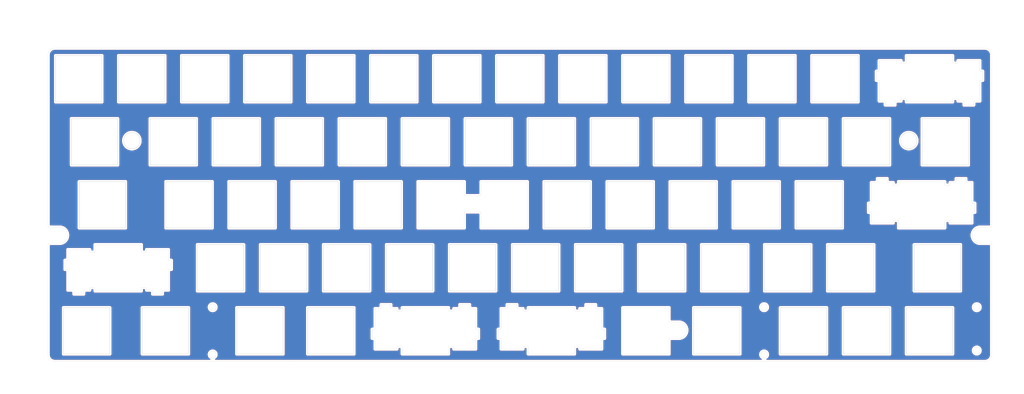
<source format=kicad_pcb>
(kicad_pcb (version 20241229) (generator "pcbnew") (generator_version "9.0")
  (layers (0 "F.Cu" signal) (2 "B.Cu" signal) (13 "F.Paste" user) (15 "B.Paste" user) (5 "F.SilkS" user "F.Silkscreen") (7 "B.SilkS" user "B.Silkscreen") (1 "F.Mask" user) (3 "B.Mask" user) (25 "Edge.Cuts" user))
  (net 0 "")
  (footprint "MyLibrary:SW_hole_1405" (layer "F.Cu") (at 95.25 0)
    (property "Reference" "SW6")
    (property "Value" "SW_PUSH")
    (fp_rect (start -7.025 -7.025) (end 7.025 7.025) (stroke (width 0.1)) (fill no) (layer "Edge.Cuts"))
  )
  (footprint "MyLibrary:SW_hole_1405" (layer "F.Cu") (at 261.9375 19.05)
    (property "Reference" "SW28")
    (property "Value" "SW_PUSH_15")
    (fp_rect (start -7.025 -7.025) (end 7.025 7.025) (stroke (width 0.1)) (fill no) (layer "Edge.Cuts"))
  )
  (footprint "MyLibrary:SW_hole_1405" (layer "F.Cu") (at 223.8375 38.1)
    (property "Reference" "SW40")
    (property "Value" "SW_PUSH")
    (fp_rect (start -7.025 -7.025) (end 7.025 7.025) (stroke (width 0.1)) (fill no) (layer "Edge.Cuts"))
  )
  (footprint "MyLibrary:SW_hole_1405" (layer "F.Cu") (at 185.7375 38.1)
    (property "Reference" "SW38")
    (property "Value" "SW_PUSH")
    (fp_rect (start -7.025 -7.025) (end 7.025 7.025) (stroke (width 0.1)) (fill no) (layer "Edge.Cuts"))
  )
  (footprint "MyLibrary:SW_hole_1405" (layer "F.Cu") (at 28.575 19.05)
    (property "Reference" "SW16")
    (property "Value" "SW_PUSH")
    (fp_rect (start -7.025 -7.025) (end 7.025 7.025) (stroke (width 0.1)) (fill no) (layer "Edge.Cuts"))
  )
  (footprint "MyLibrary:SW_hole_1405" (layer "F.Cu") (at 4.7625 19.05)
    (property "Reference" "SW15")
    (property "Value" "SW_PUSH_15")
    (fp_rect (start -7.025 -7.025) (end 7.025 7.025) (stroke (width 0.1)) (fill no) (layer "Edge.Cuts"))
  )
  (footprint "MyLibrary:SW_hole_1405" (layer "F.Cu") (at 47.625 19.05)
    (property "Reference" "SW17")
    (property "Value" "SW_PUSH")
    (fp_rect (start -7.025 -7.025) (end 7.025 7.025) (stroke (width 0.1)) (fill no) (layer "Edge.Cuts"))
  )
  (footprint "MyLibrary:SW_hole_1405" (layer "F.Cu") (at 192.88125 76.2)
    (property "Reference" "SW62")
    (property "Value" "SW_PUSH_125")
    (fp_rect (start -7.025 -7.025) (end 7.025 7.025) (stroke (width 0.1)) (fill no) (layer "Edge.Cuts"))
  )
  (footprint "MyLibrary:SW_hole_1405" (layer "F.Cu") (at 138.1125 57.15)
    (property "Reference" "SW48")
    (property "Value" "SW_PUSH")
    (fp_rect (start -7.025 -7.025) (end 7.025 7.025) (stroke (width 0.1)) (fill no) (layer "Edge.Cuts"))
  )
  (footprint "MyLibrary:SW_hole_1405" (layer "F.Cu") (at 38.1 0)
    (property "Reference" "SW3")
    (property "Value" "SW_PUSH")
    (fp_rect (start -7.025 -7.025) (end 7.025 7.025) (stroke (width 0.1)) (fill no) (layer "Edge.Cuts"))
  )
  (footprint "MyLibrary:SW_hole_1405" (layer "F.Cu") (at 19.05 0 180)
    (property "Reference" "SW2")
    (property "Value" "SW_PUSH")
    (fp_rect (start -7.025 -7.025) (end 7.025 7.025) (stroke (width 0.1)) (fill no) (layer "Edge.Cuts"))
  )
  (footprint "MyLibrary:SW_hole_1405" (layer "F.Cu") (at 76.2 76.2)
    (property "Reference" "SW58")
    (property "Value" "SW_PUSH_15")
    (fp_rect (start -7.025 -7.025) (end 7.025 7.025) (stroke (width 0.1)) (fill no) (layer "Edge.Cuts"))
  )
  (footprint "MyLibrary:SW_hole_1405" (layer "F.Cu") (at 57.15 0)
    (property "Reference" "SW4")
    (property "Value" "SW_PUSH")
    (fp_rect (start -7.025 -7.025) (end 7.025 7.025) (stroke (width 0.1)) (fill no) (layer "Edge.Cuts"))
  )
  (footprint "MyLibrary:SW_hole_1405" (layer "F.Cu") (at 161.925 19.05)
    (property "Reference" "SW23")
    (property "Value" "SW_PUSH")
    (fp_rect (start -7.025 -7.025) (end 7.025 7.025) (stroke (width 0.1)) (fill no) (layer "Edge.Cuts"))
  )
  (footprint "MyLibrary:SW_hole_1405" (layer "F.Cu") (at 7.14375 38.100032)
    (property "Reference" "SW29")
    (property "Value" "SW_PUSH_175")
    (fp_rect (start -7.025 -7.025) (end 7.025 7.025) (stroke (width 0.1)) (fill no) (layer "Edge.Cuts"))
  )
  (footprint "MyLibrary:SW_hole_1405" (layer "F.Cu") (at 54.76875 76.2)
    (property "Reference" "SW57")
    (property "Value" "SW_PUSH_125")
    (fp_rect (start -7.025 -7.025) (end 7.025 7.025) (stroke (width 0.1)) (fill no) (layer "Edge.Cuts"))
  )
  (footprint "MyLibrary:MX_2u_plt_stb_1405" (layer "F.Cu") (at 104.775 76.2 180)
    (property "Reference" "SW59" (hide yes))
    (property "Value" "SW_PUSH_2" (hide yes))
    (fp_line (start 16.1 0.5) (end 15.225 0.5) (stroke (width 0.05)) (layer "Edge.Cuts"))
    (fp_line (start 16.1 -2.3) (end 16.1 0.5) (stroke (width 0.05)) (layer "Edge.Cuts"))
    (fp_line (start 15.225 6.77) (end 13.4 6.77) (stroke (width 0.05)) (layer "Edge.Cuts"))
    (fp_line (start 15.225 0.5) (end 15.225 6.77) (stroke (width 0.05)) (layer "Edge.Cuts"))
    (fp_line (start 15.225 -2.3) (end 16.1 -2.3) (stroke (width 0.05)) (layer "Edge.Cuts"))
    (fp_line (start 15.225 -5.53) (end 15.225 -2.3) (stroke (width 0.05)) (layer "Edge.Cuts"))
    (fp_line (start 13.4 7.97) (end 10.4 7.97) (stroke (width 0.05)) (layer "Edge.Cuts"))
    (fp_line (start 13.4 6.77) (end 13.4 7.97) (stroke (width 0.05)) (layer "Edge.Cuts"))
    (fp_line (start 10.4 7.97) (end 10.4 6.77) (stroke (width 0.05)) (layer "Edge.Cuts"))
    (fp_line (start 10.4 6.77) (end 8.575 6.77) (stroke (width 0.05)) (layer "Edge.Cuts"))
    (fp_line (start 8.575 6.77) (end 8.575 5.97) (stroke (width 0.05)) (layer "Edge.Cuts"))
    (fp_line (start 8.575 5.97) (end 7.025 5.97) (stroke (width 0.05)) (layer "Edge.Cuts"))
    (fp_line (start 8.575 -4.73) (end 8.575 -5.53) (stroke (width 0.05)) (layer "Edge.Cuts"))
    (fp_line (start 8.575 -5.53) (end 15.225 -5.53) (stroke (width 0.05)) (layer "Edge.Cuts"))
    (fp_line (start 7.025 7.025) (end -7.025 7.025) (stroke (width 0.05)) (layer "Edge.Cuts"))
    (fp_line (start 7.025 5.97) (end 7.025 7.025) (stroke (width 0.05)) (layer "Edge.Cuts"))
    (fp_line (start 7.025 -4.73) (end 8.575 -4.73) (stroke (width 0.05)) (layer "Edge.Cuts"))
    (fp_line (start 7.025 -7.025) (end 7.025 -4.73) (stroke (width 0.05)) (layer "Edge.Cuts"))
    (fp_line (start -7.025 7.025) (end -7.025 5.97) (stroke (width 0.05)) (layer "Edge.Cuts"))
    (fp_line (start -7.025 5.97) (end -8.575 5.97) (stroke (width 0.05)) (layer "Edge.Cuts"))
    (fp_line (start -7.025 -4.73) (end -7.025 -7.025) (stroke (width 0.05)) (layer "Edge.Cuts"))
    (fp_line (start -7.025 -7.025) (end 7.025 -7.025) (stroke (width 0.05)) (layer "Edge.Cuts"))
    (fp_line (start -8.575 6.77) (end -10.4 6.77) (stroke (width 0.05)) (layer "Edge.Cuts"))
    (fp_line (start -8.575 5.97) (end -8.575 6.77) (stroke (width 0.05)) (layer "Edge.Cuts"))
    (fp_line (start -8.575 -4.73) (end -7.025 -4.73) (stroke (width 0.05)) (layer "Edge.Cuts"))
    (fp_line (start -8.575 -5.53) (end -8.575 -4.73) (stroke (width 0.05)) (layer "Edge.Cuts"))
    (fp_line (start -10.4 7.97) (end -13.4 7.97) (stroke (width 0.05)) (layer "Edge.Cuts"))
    (fp_line (start -10.4 6.77) (end -10.4 7.97) (stroke (width 0.05)) (layer "Edge.Cuts"))
    (fp_line (start -13.4 7.97) (end -13.4 6.77) (stroke (width 0.05)) (layer "Edge.Cuts"))
    (fp_line (start -13.4 6.77) (end -15.225 6.77) (stroke (width 0.05)) (layer "Edge.Cuts"))
    (fp_line (start -15.225 6.77) (end -15.225 0.5) (stroke (width 0.05)) (layer "Edge.Cuts"))
    (fp_line (start -15.225 0.5) (end -16.1 0.5) (stroke (width 0.05)) (layer "Edge.Cuts"))
    (fp_line (start -15.225 -2.3) (end -15.225 -5.53) (stroke (width 0.05)) (layer "Edge.Cuts"))
    (fp_line (start -15.225 -5.53) (end -8.575 -5.53) (stroke (width 0.05)) (layer "Edge.Cuts"))
    (fp_line (start -16.1 0.5) (end -16.1 -2.3) (stroke (width 0.05)) (layer "Edge.Cuts"))
    (fp_line (start -16.1 -2.3) (end -15.225 -2.3) (stroke (width 0.05)) (layer "Edge.Cuts"))
  )
  (footprint "MyLibrary:SW_hole_1405" (layer "F.Cu") (at 71.4375 38.1)
    (property "Reference" "SW32")
    (property "Value" "SW_PUSH")
    (fp_rect (start -7.025 -7.025) (end 7.025 7.025) (stroke (width 0.1)) (fill no) (layer "Edge.Cuts"))
  )
  (footprint "MyLibrary:SW_hole_1405" (layer "F.Cu") (at 42.8625 57.150048)
    (property "Reference" "SW43")
    (property "Value" "SW_PUSH")
    (fp_rect (start -7.025 -7.025) (end 7.025 7.025) (stroke (width 0.1)) (fill no) (layer "Edge.Cuts"))
  )
  (footprint "MyLibrary:SW_hole_1405" (layer "F.Cu") (at 171.45 0)
    (property "Reference" "SW10")
    (property "Value" "SW_PUSH")
    (fp_rect (start -7.025 -7.025) (end 7.025 7.025) (stroke (width 0.1)) (fill no) (layer "Edge.Cuts"))
  )
  (footprint "MyLibrary:SW_hole_1405" (layer "F.Cu") (at 228.6 0)
    (property "Reference" "SW13")
    (property "Value" "SW_PUSH")
    (fp_rect (start -7.025 -7.025) (end 7.025 7.025) (stroke (width 0.1)) (fill no) (layer "Edge.Cuts"))
  )
  (footprint "MyLibrary:SW_hole_1405" (layer "F.Cu") (at 238.1252 76.200064)
    (property "Reference" "SW64")
    (property "Value" "SW_PUSH")
    (fp_rect (start -7.025 -7.025) (end 7.025 7.025) (stroke (width 0.1)) (fill no) (layer "Edge.Cuts"))
  )
  (footprint "MyLibrary:SW_hole_1405" (layer "F.Cu") (at 204.7875 38.1)
    (property "Reference" "SW39")
    (property "Value" "SW_PUSH")
    (fp_rect (start -7.025 -7.025) (end 7.025 7.025) (stroke (width 0.1)) (fill no) (layer "Edge.Cuts"))
  )
  (footprint "MyLibrary:SW_hole_1405" (layer "F.Cu") (at 190.5 0)
    (property "Reference" "SW11")
    (property "Value" "SW_PUSH")
    (fp_rect (start -7.025 -7.025) (end 7.025 7.025) (stroke (width 0.1)) (fill no) (layer "Edge.Cuts"))
  )
  (footprint "MyLibrary:SW_hole_1405" (layer "F.Cu") (at 85.725 19.05)
    (property "Reference" "SW19")
    (property "Value" "SW_PUSH")
    (fp_rect (start -7.025 -7.025) (end 7.025 7.025) (stroke (width 0.1)) (fill no) (layer "Edge.Cuts"))
  )
  (footprint "MyLibrary:SW_hole_1405" (layer "F.Cu") (at 219.075 19.05)
    (property "Reference" "SW26")
    (property "Value" "SW_PUSH")
    (fp_rect (start -7.025 -7.025) (end 7.025 7.025) (stroke (width 0.1)) (fill no) (layer "Edge.Cuts"))
  )
  (footprint "MyLibrary:SW_hole_1405" (layer "F.Cu") (at 123.825 19.05)
    (property "Reference" "SW21")
    (property "Value" "SW_PUSH")
    (fp_rect (start -7.025 -7.025) (end 7.025 7.025) (stroke (width 0.1)) (fill no) (layer "Edge.Cuts"))
  )
  (footprint "MyLibrary:MX_2u_plt_stb_1405" (layer "F.Cu") (at 254.79375 38.1 180)
    (property "Reference" "SW41" (hide yes))
    (property "Value" "SW_PUSH_225" (hide yes))
    (fp_line (start 16.1 0.5) (end 15.225 0.5) (stroke (width 0.05)) (layer "Edge.Cuts"))
    (fp_line (start 16.1 -2.3) (end 16.1 0.5) (stroke (width 0.05)) (layer "Edge.Cuts"))
    (fp_line (start 15.225 6.77) (end 13.4 6.77) (stroke (width 0.05)) (layer "Edge.Cuts"))
    (fp_line (start 15.225 0.5) (end 15.225 6.77) (stroke (width 0.05)) (layer "Edge.Cuts"))
    (fp_line (start 15.225 -2.3) (end 16.1 -2.3) (stroke (width 0.05)) (layer "Edge.Cuts"))
    (fp_line (start 15.225 -5.53) (end 15.225 -2.3) (stroke (width 0.05)) (layer "Edge.Cuts"))
    (fp_line (start 13.4 7.97) (end 10.4 7.97) (stroke (width 0.05)) (layer "Edge.Cuts"))
    (fp_line (start 13.4 6.77) (end 13.4 7.97) (stroke (width 0.05)) (layer "Edge.Cuts"))
    (fp_line (start 10.4 7.97) (end 10.4 6.77) (stroke (width 0.05)) (layer "Edge.Cuts"))
    (fp_line (start 10.4 6.77) (end 8.575 6.77) (stroke (width 0.05)) (layer "Edge.Cuts"))
    (fp_line (start 8.575 6.77) (end 8.575 5.97) (stroke (width 0.05)) (layer "Edge.Cuts"))
    (fp_line (start 8.575 5.97) (end 7.025 5.97) (stroke (width 0.05)) (layer "Edge.Cuts"))
    (fp_line (start 8.575 -4.73) (end 8.575 -5.53) (stroke (width 0.05)) (layer "Edge.Cuts"))
    (fp_line (start 8.575 -5.53) (end 15.225 -5.53) (stroke (width 0.05)) (layer "Edge.Cuts"))
    (fp_line (start 7.025 7.025) (end -7.025 7.025) (stroke (width 0.05)) (layer "Edge.Cuts"))
    (fp_line (start 7.025 5.97) (end 7.025 7.025) (stroke (width 0.05)) (layer "Edge.Cuts"))
    (fp_line (start 7.025 -4.73) (end 8.575 -4.73) (stroke (width 0.05)) (layer "Edge.Cuts"))
    (fp_line (start 7.025 -7.025) (end 7.025 -4.73) (stroke (width 0.05)) (layer "Edge.Cuts"))
    (fp_line (start -7.025 7.025) (end -7.025 5.97) (stroke (width 0.05)) (layer "Edge.Cuts"))
    (fp_line (start -7.025 5.97) (end -8.575 5.97) (stroke (width 0.05)) (layer "Edge.Cuts"))
    (fp_line (start -7.025 -4.73) (end -7.025 -7.025) (stroke (width 0.05)) (layer "Edge.Cuts"))
    (fp_line (start -7.025 -7.025) (end 7.025 -7.025) (stroke (width 0.05)) (layer "Edge.Cuts"))
    (fp_line (start -8.575 6.77) (end -10.4 6.77) (stroke (width 0.05)) (layer "Edge.Cuts"))
    (fp_line (start -8.575 5.97) (end -8.575 6.77) (stroke (width 0.05)) (layer "Edge.Cuts"))
    (fp_line (start -8.575 -4.73) (end -7.025 -4.73) (stroke (width 0.05)) (layer "Edge.Cuts"))
    (fp_line (start -8.575 -5.53) (end -8.575 -4.73) (stroke (width 0.05)) (layer "Edge.Cuts"))
    (fp_line (start -10.4 7.97) (end -13.4 7.97) (stroke (width 0.05)) (layer "Edge.Cuts"))
    (fp_line (start -10.4 6.77) (end -10.4 7.97) (stroke (width 0.05)) (layer "Edge.Cuts"))
    (fp_line (start -13.4 7.97) (end -13.4 6.77) (stroke (width 0.05)) (layer "Edge.Cuts"))
    (fp_line (start -13.4 6.77) (end -15.225 6.77) (stroke (width 0.05)) (layer "Edge.Cuts"))
    (fp_line (start -15.225 6.77) (end -15.225 0.5) (stroke (width 0.05)) (layer "Edge.Cuts"))
    (fp_line (start -15.225 0.5) (end -16.1 0.5) (stroke (width 0.05)) (layer "Edge.Cuts"))
    (fp_line (start -15.225 -2.3) (end -15.225 -5.53) (stroke (width 0.05)) (layer "Edge.Cuts"))
    (fp_line (start -15.225 -5.53) (end -8.575 -5.53) (stroke (width 0.05)) (layer "Edge.Cuts"))
    (fp_line (start -16.1 0.5) (end -16.1 -2.3) (stroke (width 0.05)) (layer "Edge.Cuts"))
    (fp_line (start -16.1 -2.3) (end -15.225 -2.3) (stroke (width 0.05)) (layer "Edge.Cuts"))
  )
  (footprint "MyLibrary:SW_hole_1405" (layer "F.Cu") (at 180.975 19.05)
    (property "Reference" "SW24")
    (property "Value" "SW_PUSH")
    (fp_rect (start -7.025 -7.025) (end 7.025 7.025) (stroke (width 0.1)) (fill no) (layer "Edge.Cuts"))
  )
  (footprint "MyLibrary:SW_hole_1405" (layer "F.Cu") (at 33.3375 38.100032)
    (property "Reference" "SW30")
    (property "Value" "SW_PUSH")
    (fp_rect (start -7.025 -7.025) (end 7.025 7.025) (stroke (width 0.1)) (fill no) (layer "Edge.Cuts"))
  )
  (footprint "MyLibrary:SW_hole_1405" (layer "F.Cu") (at 259.55625 57.15)
    (property "Reference" "SW54")
    (property "Value" "SW_PUSH_175")
    (fp_rect (start -7.025 -7.025) (end 7.025 7.025) (stroke (width 0.1)) (fill no) (layer "Edge.Cuts"))
  )
  (footprint "MyLibrary:SW_hole_1405" (layer "F.Cu") (at 80.9625 57.15)
    (property "Reference" "SW45")
    (property "Value" "SW_PUSH")
    (fp_rect (start -7.025 -7.025) (end 7.025 7.025) (stroke (width 0.1)) (fill no) (layer "Edge.Cuts"))
  )
  (footprint "MyLibrary:SW_hole_1405" (layer "F.Cu") (at 233.362696 57.150048)
    (property "Reference" "SW53")
    (property "Value" "SW_PUSH")
    (fp_rect (start -7.025 -7.025) (end 7.025 7.025) (stroke (width 0.1)) (fill no) (layer "Edge.Cuts"))
  )
  (footprint "MyLibrary:MX_2u_plt_stb_1405" (layer "F.Cu") (at 11.90625 57.15)
    (property "Reference" "SW42" (hide yes))
    (property "Value" "SW_PUSH_225" (hide yes))
    (fp_line (start -16.1 -2.3) (end -15.225 -2.3) (stroke (width 0.05)) (layer "Edge.Cuts"))
    (fp_line (start -16.1 0.5) (end -16.1 -2.3) (stroke (width 0.05)) (layer "Edge.Cuts"))
    (fp_line (start -15.225 -5.53) (end -8.575 -5.53) (stroke (width 0.05)) (layer "Edge.Cuts"))
    (fp_line (start -15.225 -2.3) (end -15.225 -5.53) (stroke (width 0.05)) (layer "Edge.Cuts"))
    (fp_line (start -15.225 0.5) (end -16.1 0.5) (stroke (width 0.05)) (layer "Edge.Cuts"))
    (fp_line (start -15.225 6.77) (end -15.225 0.5) (stroke (width 0.05)) (layer "Edge.Cuts"))
    (fp_line (start -13.4 6.77) (end -15.225 6.77) (stroke (width 0.05)) (layer "Edge.Cuts"))
    (fp_line (start -13.4 7.97) (end -13.4 6.77) (stroke (width 0.05)) (layer "Edge.Cuts"))
    (fp_line (start -10.4 6.77) (end -10.4 7.97) (stroke (width 0.05)) (layer "Edge.Cuts"))
    (fp_line (start -10.4 7.97) (end -13.4 7.97) (stroke (width 0.05)) (layer "Edge.Cuts"))
    (fp_line (start -8.575 -5.53) (end -8.575 -4.73) (stroke (width 0.05)) (layer "Edge.Cuts"))
    (fp_line (start -8.575 -4.73) (end -7.025 -4.73) (stroke (width 0.05)) (layer "Edge.Cuts"))
    (fp_line (start -8.575 5.97) (end -8.575 6.77) (stroke (width 0.05)) (layer "Edge.Cuts"))
    (fp_line (start -8.575 6.77) (end -10.4 6.77) (stroke (width 0.05)) (layer "Edge.Cuts"))
    (fp_line (start -7.025 -7.025) (end 7.025 -7.025) (stroke (width 0.05)) (layer "Edge.Cuts"))
    (fp_line (start -7.025 -4.73) (end -7.025 -7.025) (stroke (width 0.05)) (layer "Edge.Cuts"))
    (fp_line (start -7.025 5.97) (end -8.575 5.97) (stroke (width 0.05)) (layer "Edge.Cuts"))
    (fp_line (start -7.025 7.025) (end -7.025 5.97) (stroke (width 0.05)) (layer "Edge.Cuts"))
    (fp_line (start 7.025 -7.025) (end 7.025 -4.73) (stroke (width 0.05)) (layer "Edge.Cuts"))
    (fp_line (start 7.025 -4.73) (end 8.575 -4.73) (stroke (width 0.05)) (layer "Edge.Cuts"))
    (fp_line (start 7.025 5.97) (end 7.025 7.025) (stroke (width 0.05)) (layer "Edge.Cuts"))
    (fp_line (start 7.025 7.025) (end -7.025 7.025) (stroke (width 0.05)) (layer "Edge.Cuts"))
    (fp_line (start 8.575 -5.53) (end 15.225 -5.53) (stroke (width 0.05)) (layer "Edge.Cuts"))
    (fp_line (start 8.575 -4.73) (end 8.575 -5.53) (stroke (width 0.05)) (layer "Edge.Cuts"))
    (fp_line (start 8.575 5.97) (end 7.025 5.97) (stroke (width 0.05)) (layer "Edge.Cuts"))
    (fp_line (start 8.575 6.77) (end 8.575 5.97) (stroke (width 0.05)) (layer "Edge.Cuts"))
    (fp_line (start 10.4 6.77) (end 8.575 6.77) (stroke (width 0.05)) (layer "Edge.Cuts"))
    (fp_line (start 10.4 7.97) (end 10.4 6.77) (stroke (width 0.05)) (layer "Edge.Cuts"))
    (fp_line (start 13.4 6.77) (end 13.4 7.97) (stroke (width 0.05)) (layer "Edge.Cuts"))
    (fp_line (start 13.4 7.97) (end 10.4 7.97) (stroke (width 0.05)) (layer "Edge.Cuts"))
    (fp_line (start 15.225 -5.53) (end 15.225 -2.3) (stroke (width 0.05)) (layer "Edge.Cuts"))
    (fp_line (start 15.225 -2.3) (end 16.1 -2.3) (stroke (width 0.05)) (layer "Edge.Cuts"))
    (fp_line (start 15.225 0.5) (end 15.225 6.77) (stroke (width 0.05)) (layer "Edge.Cuts"))
    (fp_line (start 15.225 6.77) (end 13.4 6.77) (stroke (width 0.05)) (layer "Edge.Cuts"))
    (fp_line (start 16.1 -2.3) (end 16.1 0.5) (stroke (width 0.05)) (layer "Edge.Cuts"))
    (fp_line (start 16.1 0.5) (end 15.225 0.5) (stroke (width 0.05)) (layer "Edge.Cuts"))
  )
  (footprint "MyLibrary:SW_hole_1405" (layer "F.Cu") (at 214.3125 57.15)
    (property "Reference" "SW52")
    (property "Value" "SW_PUSH")
    (fp_rect (start -7.025 -7.025) (end 7.025 7.025) (stroke (width 0.1)) (fill no) (layer "Edge.Cuts"))
  )
  (footprint "MyLibrary:SW_hole_1405" (layer "F.Cu") (at 152.4 0)
    (property "Reference" "SW9")
    (property "Value" "SW_PUSH")
    (fp_rect (start -7.025 -7.025) (end 7.025 7.025) (stroke (width 0.1)) (fill no) (layer "Edge.Cuts"))
  )
  (footprint "MyLibrary:SW_hole_1405" (layer "F.Cu") (at 142.875 19.05)
    (property "Reference" "SW22")
    (property "Value" "SW_PUSH")
    (fp_rect (start -7.025 -7.025) (end 7.025 7.025) (stroke (width 0.1)) (fill no) (layer "Edge.Cuts"))
  )
  (footprint "MyLibrary:MX_2u_plt_stb_1405" (layer "F.Cu") (at 142.875 76.2 180)
    (property "Reference" "SW60" (hide yes))
    (property "Value" "SW_PUSH_15" (hide yes))
    (fp_line (start 16.1 0.5) (end 15.225 0.5) (stroke (width 0.05)) (layer "Edge.Cuts"))
    (fp_line (start 16.1 -2.3) (end 16.1 0.5) (stroke (width 0.05)) (layer "Edge.Cuts"))
    (fp_line (start 15.225 6.77) (end 13.4 6.77) (stroke (width 0.05)) (layer "Edge.Cuts"))
    (fp_line (start 15.225 0.5) (end 15.225 6.77) (stroke (width 0.05)) (layer "Edge.Cuts"))
    (fp_line (start 15.225 -2.3) (end 16.1 -2.3) (stroke (width 0.05)) (layer "Edge.Cuts"))
    (fp_line (start 15.225 -5.53) (end 15.225 -2.3) (stroke (width 0.05)) (layer "Edge.Cuts"))
    (fp_line (start 13.4 7.97) (end 10.4 7.97) (stroke (width 0.05)) (layer "Edge.Cuts"))
    (fp_line (start 13.4 6.77) (end 13.4 7.97) (stroke (width 0.05)) (layer "Edge.Cuts"))
    (fp_line (start 10.4 7.97) (end 10.4 6.77) (stroke (width 0.05)) (layer "Edge.Cuts"))
    (fp_line (start 10.4 6.77) (end 8.575 6.77) (stroke (width 0.05)) (layer "Edge.Cuts"))
    (fp_line (start 8.575 6.77) (end 8.575 5.97) (stroke (width 0.05)) (layer "Edge.Cuts"))
    (fp_line (start 8.575 5.97) (end 7.025 5.97) (stroke (width 0.05)) (layer "Edge.Cuts"))
    (fp_line (start 8.575 -4.73) (end 8.575 -5.53) (stroke (width 0.05)) (layer "Edge.Cuts"))
    (fp_line (start 8.575 -5.53) (end 15.225 -5.53) (stroke (width 0.05)) (layer "Edge.Cuts"))
    (fp_line (start 7.025 7.025) (end -7.025 7.025) (stroke (width 0.05)) (layer "Edge.Cuts"))
    (fp_line (start 7.025 5.97) (end 7.025 7.025) (stroke (width 0.05)) (layer "Edge.Cuts"))
    (fp_line (start 7.025 -4.73) (end 8.575 -4.73) (stroke (width 0.05)) (layer "Edge.Cuts"))
    (fp_line (start 7.025 -7.025) (end 7.025 -4.73) (stroke (width 0.05)) (layer "Edge.Cuts"))
    (fp_line (start -7.025 7.025) (end -7.025 5.97) (stroke (width 0.05)) (layer "Edge.Cuts"))
    (fp_line (start -7.025 5.97) (end -8.575 5.97) (stroke (width 0.05)) (layer "Edge.Cuts"))
    (fp_line (start -7.025 -4.73) (end -7.025 -7.025) (stroke (width 0.05)) (layer "Edge.Cuts"))
    (fp_line (start -7.025 -7.025) (end 7.025 -7.025) (stroke (width 0.05)) (layer "Edge.Cuts"))
    (fp_line (start -8.575 6.77) (end -10.4 6.77) (stroke (width 0.05)) (layer "Edge.Cuts"))
    (fp_line (start -8.575 5.97) (end -8.575 6.77) (stroke (width 0.05)) (layer "Edge.Cuts"))
    (fp_line (start -8.575 -4.73) (end -7.025 -4.73) (stroke (width 0.05)) (layer "Edge.Cuts"))
    (fp_line (start -8.575 -5.53) (end -8.575 -4.73) (stroke (width 0.05)) (layer "Edge.Cuts"))
    (fp_line (start -10.4 7.97) (end -13.4 7.97) (stroke (width 0.05)) (layer "Edge.Cuts"))
    (fp_line (start -10.4 6.77) (end -10.4 7.97) (stroke (width 0.05)) (layer "Edge.Cuts"))
    (fp_line (start -13.4 7.97) (end -13.4 6.77) (stroke (width 0.05)) (layer "Edge.Cuts"))
    (fp_line (start -13.4 6.77) (end -15.225 6.77) (stroke (width 0.05)) (layer "Edge.Cuts"))
    (fp_line (start -15.225 6.77) (end -15.225 0.5) (stroke (width 0.05)) (layer "Edge.Cuts"))
    (fp_line (start -15.225 0.5) (end -16.1 0.5) (stroke (width 0.05)) (layer "Edge.Cuts"))
    (fp_line (start -15.225 -2.3) (end -15.225 -5.53) (stroke (width 0.05)) (layer "Edge.Cuts"))
    (fp_line (start -15.225 -5.53) (end -8.575 -5.53) (stroke (width 0.05)) (layer "Edge.Cuts"))
    (fp_line (start -16.1 0.5) (end -16.1 -2.3) (stroke (width 0.05)) (layer "Edge.Cuts"))
    (fp_line (start -16.1 -2.3) (end -15.225 -2.3) (stroke (width 0.05)) (layer "Edge.Cuts"))
  )
  (footprint "MyLibrary:SW_hole_1405" (layer "F.Cu") (at 209.55 0)
    (property "Reference" "SW12")
    (property "Value" "SW_PUSH")
    (fp_rect (start -7.025 -7.025) (end 7.025 7.025) (stroke (width 0.1)) (fill no) (layer "Edge.Cuts"))
  )
  (footprint "MyLibrary:MX_2u_plt_stb_1405" (layer "F.Cu") (at 257.175 0)
    (property "Reference" "SW14" (hide yes))
    (property "Value" "SW_PUSH_2" (hide yes))
    (fp_line (start -16.1 -2.3) (end -15.225 -2.3) (stroke (width 0.05)) (layer "Edge.Cuts"))
    (fp_line (start -16.1 0.5) (end -16.1 -2.3) (stroke (width 0.05)) (layer "Edge.Cuts"))
    (fp_line (start -15.225 -5.53) (end -8.575 -5.53) (stroke (width 0.05)) (layer "Edge.Cuts"))
    (fp_line (start -15.225 -2.3) (end -15.225 -5.53) (stroke (width 0.05)) (layer "Edge.Cuts"))
    (fp_line (start -15.225 0.5) (end -16.1 0.5) (stroke (width 0.05)) (layer "Edge.Cuts"))
    (fp_line (start -15.225 6.77) (end -15.225 0.5) (stroke (width 0.05)) (layer "Edge.Cuts"))
    (fp_line (start -13.4 6.77) (end -15.225 6.77) (stroke (width 0.05)) (layer "Edge.Cuts"))
    (fp_line (start -13.4 7.97) (end -13.4 6.77) (stroke (width 0.05)) (layer "Edge.Cuts"))
    (fp_line (start -10.4 6.77) (end -10.4 7.97) (stroke (width 0.05)) (layer "Edge.Cuts"))
    (fp_line (start -10.4 7.97) (end -13.4 7.97) (stroke (width 0.05)) (layer "Edge.Cuts"))
    (fp_line (start -8.575 -5.53) (end -8.575 -4.73) (stroke (width 0.05)) (layer "Edge.Cuts"))
    (fp_line (start -8.575 -4.73) (end -7.025 -4.73) (stroke (width 0.05)) (layer "Edge.Cuts"))
    (fp_line (start -8.575 5.97) (end -8.575 6.77) (stroke (width 0.05)) (layer "Edge.Cuts"))
    (fp_line (start -8.575 6.77) (end -10.4 6.77) (stroke (width 0.05)) (layer "Edge.Cuts"))
    (fp_line (start -7.025 -7.025) (end 7.025 -7.025) (stroke (width 0.05)) (layer "Edge.Cuts"))
    (fp_line (start -7.025 -4.73) (end -7.025 -7.025) (stroke (width 0.05)) (layer "Edge.Cuts"))
    (fp_line (start -7.025 5.97) (end -8.575 5.97) (stroke (width 0.05)) (layer "Edge.Cuts"))
    (fp_line (start -7.025 7.025) (end -7.025 5.97) (stroke (width 0.05)) (layer "Edge.Cuts"))
    (fp_line (start 7.025 -7.025) (end 7.025 -4.73) (stroke (width 0.05)) (layer "Edge.Cuts"))
    (fp_line (start 7.025 -4.73) (end 8.575 -4.73) (stroke (width 0.05)) (layer "Edge.Cuts"))
    (fp_line (start 7.025 5.97) (end 7.025 7.025) (stroke (width 0.05)) (layer "Edge.Cuts"))
    (fp_line (start 7.025 7.025) (end -7.025 7.025) (stroke (width 0.05)) (layer "Edge.Cuts"))
    (fp_line (start 8.575 -5.53) (end 15.225 -5.53) (stroke (width 0.05)) (layer "Edge.Cuts"))
    (fp_line (start 8.575 -4.73) (end 8.575 -5.53) (stroke (width 0.05)) (layer "Edge.Cuts"))
    (fp_line (start 8.575 5.97) (end 7.025 5.97) (stroke (width 0.05)) (layer "Edge.Cuts"))
    (fp_line (start 8.575 6.77) (end 8.575 5.97) (stroke (width 0.05)) (layer "Edge.Cuts"))
    (fp_line (start 10.4 6.77) (end 8.575 6.77) (stroke (width 0.05)) (layer "Edge.Cuts"))
    (fp_line (start 10.4 7.97) (end 10.4 6.77) (stroke (width 0.05)) (layer "Edge.Cuts"))
    (fp_line (start 13.4 6.77) (end 13.4 7.97) (stroke (width 0.05)) (layer "Edge.Cuts"))
    (fp_line (start 13.4 7.97) (end 10.4 7.97) (stroke (width 0.05)) (layer "Edge.Cuts"))
    (fp_line (start 15.225 -5.53) (end 15.225 -2.3) (stroke (width 0.05)) (layer "Edge.Cuts"))
    (fp_line (start 15.225 -2.3) (end 16.1 -2.3) (stroke (width 0.05)) (layer "Edge.Cuts"))
    (fp_line (start 15.225 0.5) (end 15.225 6.77) (stroke (width 0.05)) (layer "Edge.Cuts"))
    (fp_line (start 15.225 6.77) (end 13.4 6.77) (stroke (width 0.05)) (layer "Edge.Cuts"))
    (fp_line (start 16.1 -2.3) (end 16.1 0.5) (stroke (width 0.05)) (layer "Edge.Cuts"))
    (fp_line (start 16.1 0.5) (end 15.225 0.5) (stroke (width 0.05)) (layer "Edge.Cuts"))
  )
  (footprint "MyLibrary:SW_hole_1405" (layer "F.Cu") (at 147.6375 38.1)
    (property "Reference" "SW36")
    (property "Value" "SW_PUSH")
    (fp_rect (start -7.025 -7.025) (end 7.025 7.025) (stroke (width 0.1)) (fill no) (layer "Edge.Cuts"))
  )
  (footprint "MyLibrary:SW_hole_1405" (layer "F.Cu") (at 76.2 0)
    (property "Reference" "SW5")
    (property "Value" "SW_PUSH")
    (fp_rect (start -7.025 -7.025) (end 7.025 7.025) (stroke (width 0.1)) (fill no) (layer "Edge.Cuts"))
  )
  (footprint "MyLibrary:SW_hole_1405" (layer "F.Cu") (at 166.6875 38.1)
    (property "Reference" "SW37")
    (property "Value" "SW_PUSH")
    (fp_rect (start -7.025 -7.025) (end 7.025 7.025) (stroke (width 0.1)) (fill no) (layer "Edge.Cuts"))
  )
  (footprint "MyLibrary:SW_hole_1405" (layer "F.Cu") (at 200.025 19.05)
    (property "Reference" "SW25")
    (property "Value" "SW_PUSH")
    (fp_rect (start -7.025 -7.025) (end 7.025 7.025) (stroke (width 0.1)) (fill no) (layer "Edge.Cuts"))
  )
  (footprint "MyLibrary:SW_hole_1405" (layer "F.Cu") (at 133.35 0)
    (property "Reference" "SW8")
    (property "Value" "SW_PUSH")
    (fp_rect (start -7.025 -7.025) (end 7.025 7.025) (stroke (width 0.1)) (fill no) (layer "Edge.Cuts"))
  )
  (footprint "MyLibrary:SW_hole_1405" (layer "F.Cu") (at 52.3875 38.1)
    (property "Reference" "SW31")
    (property "Value" "SW_PUSH")
    (fp_rect (start -7.025 -7.025) (end 7.025 7.025) (stroke (width 0.1)) (fill no) (layer "Edge.Cuts"))
  )
  (footprint "MyLibrary:SW_hole_1405" (layer "F.Cu") (at 238.125 19.05)
    (property "Reference" "SW27")
    (property "Value" "SW_PUSH")
    (fp_rect (start -7.025 -7.025) (end 7.025 7.025) (stroke (width 0.1)) (fill no) (layer "Edge.Cuts"))
  )
  (footprint "MyLibrary:SW_hole_1405" (layer "F.Cu") (at 61.9125 57.150048)
    (property "Reference" "SW44")
    (property "Value" "SW_PUSH")
    (fp_rect (start -7.025 -7.025) (end 7.025 7.025) (stroke (width 0.1)) (fill no) (layer "Edge.Cuts"))
  )
  (footprint "MyLibrary:SW_hole_1405" (layer "F.Cu") (at 104.775 19.05)
    (property "Reference" "SW20")
    (property "Value" "SW_PUSH")
    (fp_rect (start -7.025 -7.025) (end 7.025 7.025) (stroke (width 0.1)) (fill no) (layer "Edge.Cuts"))
  )
  (footprint "MyLibrary:SW_hole_1405" (layer "F.Cu") (at 0 0 180)
    (property "Reference" "SW1")
    (property "Value" "SW_PUSH")
    (fp_rect (start -7.025 -7.025) (end 7.025 7.025) (stroke (width 0.1)) (fill no) (layer "Edge.Cuts"))
  )
  (footprint "MyLibrary:SW_hole_1405" (layer "F.Cu") (at 66.675 19.05)
    (property "Reference" "SW18")
    (property "Value" "SW_PUSH")
    (fp_rect (start -7.025 -7.025) (end 7.025 7.025) (stroke (width 0.1)) (fill no) (layer "Edge.Cuts"))
  )
  (footprint "MyLibrary:SW_hole_1405" (layer "F.Cu") (at 26.19375 76.2)
    (property "Reference" "SW56")
    (property "Value" "SW_PUSH_125")
    (fp_rect (start -7.025 -7.025) (end 7.025 7.025) (stroke (width 0.1)) (fill no) (layer "Edge.Cuts"))
  )
  (footprint "MyLibrary:SW_hole_1405" (layer "F.Cu") (at 176.2125 57.15)
    (property "Reference" "SW50")
    (property "Value" "SW_PUSH")
    (fp_rect (start -7.025 -7.025) (end 7.025 7.025) (stroke (width 0.1)) (fill no) (layer "Edge.Cuts"))
  )
  (footprint "MyLibrary:SW_hole_1405" (layer "F.Cu") (at 157.1625 57.150048)
    (property "Reference" "SW49")
    (property "Value" "SW_PUSH")
    (fp_rect (start -7.025 -7.025) (end 7.025 7.025) (stroke (width 0.1)) (fill no) (layer "Edge.Cuts"))
  )
  (footprint "MyLibrary:SW_hole_1405" (layer "F.Cu") (at 257.175216 76.2)
    (property "Reference" "SW65")
    (property "Value" "SW_PUSH")
    (fp_rect (start -7.025 -7.025) (end 7.025 7.025) (stroke (width 0.1)) (fill no) (layer "Edge.Cuts"))
  )
  (footprint "MyLibrary:SW_hole_1405" (layer "F.Cu") (at 119.0625 57.15)
    (property "Reference" "SW47")
    (property "Value" "SW_PUSH")
    (fp_rect (start -7.025 -7.025) (end 7.025 7.025) (stroke (width 0.1)) (fill no) (layer "Edge.Cuts"))
  )
  (footprint "MyLibrary:SW_hole_1405" (layer "F.Cu") (at 114.3 0)
    (property "Reference" "SW7")
    (property "Value" "SW_PUSH")
    (fp_rect (start -7.025 -7.025) (end 7.025 7.025) (stroke (width 0.1)) (fill no) (layer "Edge.Cuts"))
  )
  (footprint "MyLibrary:SW_hole_1405" (layer "F.Cu") (at 195.2625 57.15)
    (property "Reference" "SW51")
    (property "Value" "SW_PUSH")
    (fp_rect (start -7.025 -7.025) (end 7.025 7.025) (stroke (width 0.1)) (fill no) (layer "Edge.Cuts"))
  )
  (footprint "MyLibrary:SW_hole_1405" (layer "F.Cu") (at 219.075184 76.200064)
    (property "Reference" "SW63")
    (property "Value" "SW_PUSH")
    (fp_rect (start -7.025 -7.025) (end 7.025 7.025) (stroke (width 0.1)) (fill no) (layer "Edge.Cuts"))
  )
  (footprint "MyLibrary:SW_hole_1405" (layer "F.Cu") (at 90.4875 38.1)
    (property "Reference" "SW33")
    (property "Value" "SW_PUSH")
    (fp_rect (start -7.025 -7.025) (end 7.025 7.025) (stroke (width 0.1)) (fill no) (layer "Edge.Cuts"))
  )
  (footprint "MyLibrary:SW_hole_1405" (layer "F.Cu") (at 100.0125 57.150048)
    (property "Reference" "SW46")
    (property "Value" "SW_PUSH")
    (fp_rect (start -7.025 -7.025) (end 7.025 7.025) (stroke (width 0.1)) (fill no) (layer "Edge.Cuts"))
  )
  (footprint "MyLibrary:SW_hole_1405" (layer "F.Cu") (at 2.38125 76.2)
    (property "Reference" "SW55")
    (property "Value" "SW_PUSH_125")
    (fp_rect (start -7.025 -7.025) (end 7.025 7.025) (stroke (width 0.1)) (fill no) (layer "Edge.Cuts"))
  )
  (gr_line (start 275.927112 18.000017) (end 275.927112 -7.227336) (stroke (width 0.05)) (layer "Edge.Cuts"))
  (gr_line (start -5.83737 44.8006) (end -9.227336 44.800091) (stroke (width 0.05)) (layer "Edge.Cuts"))
  (gr_line (start 273.927112 85.427272) (end 203.45608 85.427272) (stroke (width 0.05)) (layer "Edge.Cuts"))
  (gr_line (start 178.475 69.175) (end 178.475 73.50195) (stroke (width 0.05)) (layer "Edge.Cuts"))
  (gr_circle (center 40.48125 69.05625) (end 41.53125 69.05625) (stroke (width 0.05)) (fill no) (layer "Edge.Cuts"))
  (gr_circle (center 207.16875 83.34375) (end 208.21875 83.34375) (stroke (width 0.05)) (fill no) (layer "Edge.Cuts"))
  (gr_line (start 272.5385 44.8006) (end 275.927112 44.8006) (stroke (width 0.05)) (layer "Edge.Cuts"))
  (gr_circle (center 16.05073 18.70075) (end 18.55073 18.70075) (stroke (width 0.1)) (fill no) (layer "Edge.Cuts"))
  (gr_line (start 121.5625 31.075) (end 135.6125 31.075) (stroke (width 0.05)) (layer "Edge.Cuts"))
  (gr_arc (start 272.5385 49.8006) (mid 270.0385 47.3006) (end 272.5385 44.8006) (stroke (width 0.05)) (layer "Edge.Cuts"))
  (gr_circle (center 271.4625 82.153125) (end 272.5125 82.153125) (stroke (width 0.05)) (fill no) (layer "Edge.Cuts"))
  (gr_line (start 63.243696 85.427272) (end -7.227336 85.427272) (stroke (width 0.05)) (layer "Edge.Cuts"))
  (gr_line (start 201.35608 85.427272) (end 203.45608 85.427272) (stroke (width 0.05)) (layer "Edge.Cuts"))
  (gr_arc (start -7.227336 85.427272) (mid -8.64155 84.841486) (end -9.227336 83.427272) (stroke (width 0.05)) (layer "Edge.Cuts"))
  (gr_line (start 135.6125 45.125) (end 121.5625 45.125) (stroke (width 0.05)) (layer "Edge.Cuts"))
  (gr_line (start -9.227336 -7.227336) (end -9.227336 18.000016) (stroke (width 0.05)) (layer "Edge.Cuts"))
  (gr_line (start 275.927112 18.000017) (end 275.927112 20.099984) (stroke (width 0.05)) (layer "Edge.Cuts"))
  (gr_line (start 116.5625 35.3) (end 121.5625 35.3) (stroke (width 0.05)) (layer "Edge.Cuts"))
  (gr_line (start 178.475 78.50195) (end 181.3519 78.50195) (stroke (width 0.05)) (layer "Edge.Cuts"))
  (gr_line (start 121.5625 45.125) (end 121.5625 40.3) (stroke (width 0.05)) (layer "Edge.Cuts"))
  (gr_arc (start 273.927112 -9.227336) (mid 275.341326 -8.64155) (end 275.927112 -7.227336) (stroke (width 0.05)) (layer "Edge.Cuts"))
  (gr_line (start 124.874896 -9.227336) (end 273.927112 -9.227336) (stroke (width 0.05)) (layer "Edge.Cuts"))
  (gr_arc (start -9.227336 -7.227336) (mid -8.64155 -8.64155) (end -7.227336 -9.227336) (stroke (width 0.05)) (layer "Edge.Cuts"))
  (gr_circle (center 250.90003 18.70075) (end 253.40003 18.70075) (stroke (width 0.1)) (fill no) (layer "Edge.Cuts"))
  (gr_line (start -5.83737 49.8006) (end -9.227336 49.800091) (stroke (width 0.05)) (layer "Edge.Cuts"))
  (gr_line (start 122.774896 -9.227336) (end -7.227336 -9.227336) (stroke (width 0.05)) (layer "Edge.Cuts"))
  (gr_line (start 275.927112 44.8006) (end 275.927112 20.099984) (stroke (width 0.05)) (layer "Edge.Cuts"))
  (gr_circle (center 207.16875 69.05625) (end 208.21875 69.05625) (stroke (width 0.05)) (fill no) (layer "Edge.Cuts"))
  (gr_line (start 63.243696 85.427272) (end 65.343696 85.427272) (stroke (width 0.05)) (layer "Edge.Cuts"))
  (gr_line (start 272.5385 49.8006) (end 275.927112 49.8006) (stroke (width 0.05)) (layer "Edge.Cuts"))
  (gr_line (start 102.5125 45.125) (end 102.5125 31.075) (stroke (width 0.05)) (layer "Edge.Cuts"))
  (gr_circle (center 271.4625 69.05625) (end 272.5125 69.05625) (stroke (width 0.05)) (fill no) (layer "Edge.Cuts"))
  (gr_line (start 135.6125 31.075) (end 135.6125 45.125) (stroke (width 0.05)) (layer "Edge.Cuts"))
  (gr_line (start -9.227336 18.000016) (end -9.227336 20.100016) (stroke (width 0.05)) (layer "Edge.Cuts"))
  (gr_line (start 178.475 73.50195) (end 181.3519 73.50195) (stroke (width 0.05)) (layer "Edge.Cuts"))
  (gr_line (start 122.774896 -9.227336) (end 124.874896 -9.227336) (stroke (width 0.05)) (layer "Edge.Cuts"))
  (gr_line (start 164.425 83.225) (end 164.425 69.175) (stroke (width 0.05)) (layer "Edge.Cuts"))
  (gr_arc (start 275.927112 83.427272) (mid 275.341326 84.841486) (end 273.927112 85.427272) (stroke (width 0.05)) (layer "Edge.Cuts"))
  (gr_line (start 164.425 69.175) (end 178.475 69.175) (stroke (width 0.05)) (layer "Edge.Cuts"))
  (gr_arc (start 181.3519 73.50195) (mid 183.8519 76.00195) (end 181.3519 78.50195) (stroke (width 0.05)) (layer "Edge.Cuts"))
  (gr_line (start -9.227336 49.800091) (end -9.227336 83.427272) (stroke (width 0.05)) (layer "Edge.Cuts"))
  (gr_line (start 121.5625 35.3) (end 121.5625 31.075) (stroke (width 0.05)) (layer "Edge.Cuts"))
  (gr_line (start 102.5125 31.075) (end 116.5625 31.075) (stroke (width 0.05)) (layer "Edge.Cuts"))
  (gr_line (start 116.5625 40.3) (end 116.5625 45.125) (stroke (width 0.05)) (layer "Edge.Cuts"))
  (gr_line (start 178.475 83.225) (end 164.425 83.225) (stroke (width 0.05)) (layer "Edge.Cuts"))
  (gr_line (start 116.5625 31.075) (end 116.5625 35.3) (stroke (width 0.05)) (layer "Edge.Cuts"))
  (gr_line (start 201.35608 85.427272) (end 65.343696 85.427272) (stroke (width 0.05)) (layer "Edge.Cuts"))
  (gr_line (start 121.5625 40.3) (end 116.5625 40.3) (stroke (width 0.05)) (layer "Edge.Cuts"))
  (gr_line (start 116.5625 45.125) (end 102.5125 45.125) (stroke (width 0.05)) (layer "Edge.Cuts"))
  (gr_line (start -9.227336 20.100016) (end -9.227336 44.800091) (stroke (width 0.05)) (layer "Edge.Cuts"))
  (gr_arc (start -5.83737 44.8006) (mid -3.33737 47.3006) (end -5.83737 49.8006) (stroke (width 0.05)) (layer "Edge.Cuts"))
  (gr_line (start 178.475 83.225) (end 178.475 78.50195) (stroke (width 0.05)) (layer "Edge.Cuts"))
  (gr_line (start 275.927112 49.8006) (end 275.927112 83.427272) (stroke (width 0.05)) (layer "Edge.Cuts"))
  (gr_circle (center 40.48125 83.34375) (end 41.53125 83.34375) (stroke (width 0.05)) (fill no) (layer "Edge.Cuts"))
  (zone (net 0) (net_name "") (layers "F.Cu" "B.Cu") (connect_pads (clearance 0.5)) (min_thickness 0.25) (fill yes (thermal_gap 0.5) (thermal_bridge_width 0.5) (island_removal_mode 1) (island_area_min 10))
    (polygon (pts (xy -23.8125 -23.8125) (xy 285.75 -23.8125) (xy 285.75 95.25) (xy -23.8125 95.25)))
  )
)
</source>
